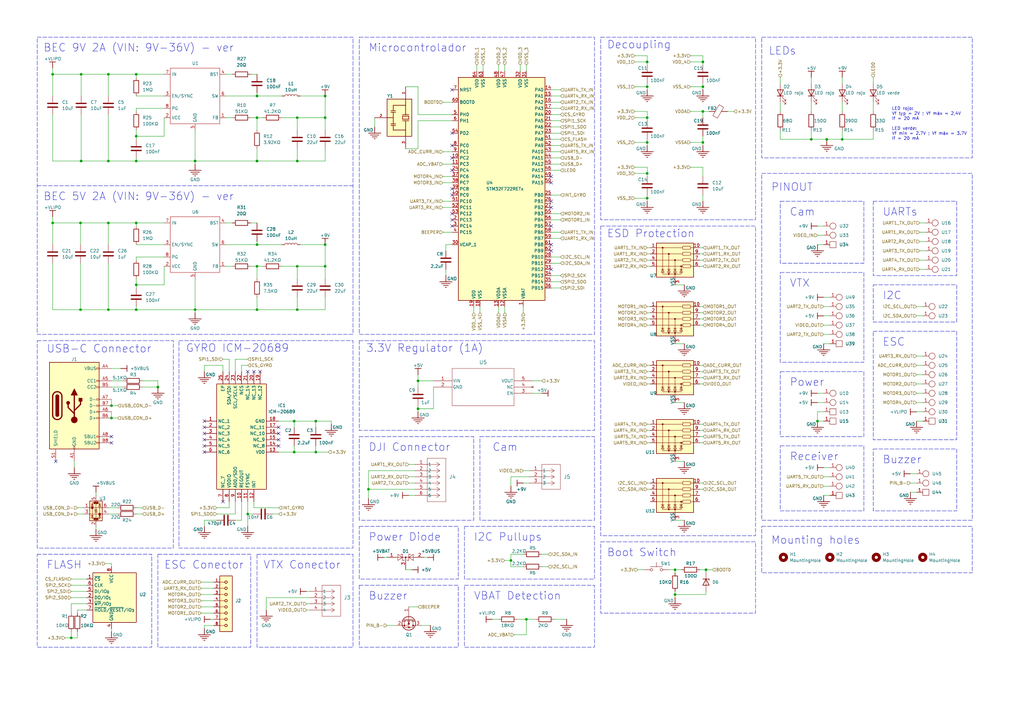
<source format=kicad_sch>
(kicad_sch
	(version 20250114)
	(generator "eeschema")
	(generator_version "9.0")
	(uuid "fa1264d7-ae9c-4726-8931-cabe12253ef3")
	(paper "A3")
	(title_block
		(title "FPV Drone F722 Flight Controller")
		(date "2025-08-07")
		(rev "v1")
		(company "Autores: FOURCADE, Santiago y SCOZZINA, Tomás Agustín")
	)
	
	(rectangle
		(start 147.32 15.24)
		(end 243.84 137.16)
		(stroke
			(width 0)
			(type dash)
		)
		(fill
			(type none)
		)
		(uuid 0de20606-fc54-4197-a639-401529f72a53)
	)
	(rectangle
		(start 15.24 15.24)
		(end 144.78 137.16)
		(stroke
			(width 0)
			(type dash)
		)
		(fill
			(type none)
		)
		(uuid 1f32317f-fe02-47f5-8140-a07649cf0695)
	)
	(rectangle
		(start 246.38 92.71)
		(end 309.88 219.71)
		(stroke
			(width 0)
			(type dash)
		)
		(fill
			(type none)
		)
		(uuid 2cc58b40-7ce0-4313-a1e0-5f9e904d8f7a)
	)
	(rectangle
		(start 320.04 111.76)
		(end 354.33 148.59)
		(stroke
			(width 0)
			(type dash)
		)
		(fill
			(type none)
		)
		(uuid 2f3419f1-ce8a-418c-b271-8c84d0b9f38b)
	)
	(rectangle
		(start 190.5 215.9)
		(end 243.84 237.49)
		(stroke
			(width 0)
			(type dash)
		)
		(fill
			(type none)
		)
		(uuid 32071b4a-ac56-4c52-88a9-61174939951e)
	)
	(rectangle
		(start 320.04 182.88)
		(end 354.33 209.55)
		(stroke
			(width 0)
			(type dash)
		)
		(fill
			(type none)
		)
		(uuid 4712b7c7-cffd-4abd-bf82-b5a56efc5648)
	)
	(rectangle
		(start 105.41 227.33)
		(end 144.78 265.43)
		(stroke
			(width 0)
			(type dash)
		)
		(fill
			(type none)
		)
		(uuid 5f887a89-3e5c-427e-912f-f9fa7084a42d)
	)
	(rectangle
		(start 15.24 139.7)
		(end 71.12 224.79)
		(stroke
			(width 0)
			(type dash)
		)
		(fill
			(type none)
		)
		(uuid 62202109-e25c-4fed-b47f-278bfe120c95)
	)
	(rectangle
		(start 358.14 116.84)
		(end 392.43 132.08)
		(stroke
			(width 0)
			(type dash)
		)
		(fill
			(type none)
		)
		(uuid 6def101d-a159-485a-8201-b3ed54fc8249)
	)
	(rectangle
		(start 73.406 139.7)
		(end 144.78 224.79)
		(stroke
			(width 0)
			(type dash)
		)
		(fill
			(type none)
		)
		(uuid 780c17e1-fc3f-476a-82d9-dfa7491fcce6)
	)
	(rectangle
		(start 312.42 215.9)
		(end 398.78 234.95)
		(stroke
			(width 0)
			(type dash)
		)
		(fill
			(type none)
		)
		(uuid 78f5dc64-3fe1-41cc-b86a-7dbdc0d3e1de)
	)
	(rectangle
		(start 320.04 152.4)
		(end 354.33 179.07)
		(stroke
			(width 0)
			(type dash)
		)
		(fill
			(type none)
		)
		(uuid 7c7cd928-35e5-46f1-8fb0-3f292efa7253)
	)
	(rectangle
		(start 358.14 82.55)
		(end 392.43 113.03)
		(stroke
			(width 0)
			(type dash)
		)
		(fill
			(type none)
		)
		(uuid 7cb8bdfc-e025-4759-a49c-9d2de9fd5461)
	)
	(rectangle
		(start 15.24 227.33)
		(end 62.23 265.43)
		(stroke
			(width 0)
			(type dash)
		)
		(fill
			(type none)
		)
		(uuid 815116ef-a1fd-453b-a9f4-dbb600b240ac)
	)
	(rectangle
		(start 64.77 227.33)
		(end 102.87 265.43)
		(stroke
			(width 0)
			(type dash)
		)
		(fill
			(type none)
		)
		(uuid 8dda234c-ffbe-4f58-8355-5a89501343a1)
	)
	(rectangle
		(start 246.38 222.25)
		(end 309.88 251.46)
		(stroke
			(width 0)
			(type dash)
		)
		(fill
			(type none)
		)
		(uuid 95cdc1b0-146a-498e-a812-5ac1b944070c)
	)
	(rectangle
		(start 147.32 139.7)
		(end 243.84 176.53)
		(stroke
			(width 0)
			(type dash)
		)
		(fill
			(type none)
		)
		(uuid 9c9f33cf-92f5-4c3f-91b3-399bf64789d2)
	)
	(rectangle
		(start 147.32 215.9)
		(end 187.96 237.49)
		(stroke
			(width 0)
			(type dash)
		)
		(fill
			(type none)
		)
		(uuid 9f808106-bb74-4abb-b351-69508794e3fd)
	)
	(rectangle
		(start 358.14 184.15)
		(end 392.43 209.55)
		(stroke
			(width 0)
			(type dash)
		)
		(fill
			(type none)
		)
		(uuid adc1b291-8e9c-41e0-823e-31798ef43940)
	)
	(rectangle
		(start 358.14 135.89)
		(end 392.43 180.34)
		(stroke
			(width 0)
			(type dash)
		)
		(fill
			(type none)
		)
		(uuid b952fe98-c063-4de8-8e4f-824ff80123b4)
	)
	(rectangle
		(start 312.42 15.24)
		(end 398.78 64.77)
		(stroke
			(width 0)
			(type dash)
		)
		(fill
			(type none)
		)
		(uuid ca32abe5-13b2-49c7-b9ef-52cf003b063e)
	)
	(rectangle
		(start 312.42 71.12)
		(end 398.78 213.36)
		(stroke
			(width 0)
			(type dash)
		)
		(fill
			(type none)
		)
		(uuid cacfdedc-84f0-4260-b9f4-24083836df79)
	)
	(rectangle
		(start 320.04 82.55)
		(end 354.33 107.95)
		(stroke
			(width 0)
			(type dash)
		)
		(fill
			(type none)
		)
		(uuid d4405fc7-f25a-48fc-a17f-dadf7b235810)
	)
	(rectangle
		(start 147.32 240.03)
		(end 187.96 265.43)
		(stroke
			(width 0)
			(type dash)
		)
		(fill
			(type none)
		)
		(uuid d9c46771-e524-4b8a-b144-499b6fcccf5d)
	)
	(rectangle
		(start 196.85 179.07)
		(end 243.84 213.36)
		(stroke
			(width 0)
			(type dash)
		)
		(fill
			(type none)
		)
		(uuid dd1c90f3-b8d2-44eb-80b4-494d58f2caf3)
	)
	(rectangle
		(start 147.32 179.07)
		(end 194.31 213.36)
		(stroke
			(width 0)
			(type dash)
		)
		(fill
			(type none)
		)
		(uuid e29b2ac0-6edc-4a69-838a-ba0836bc9f09)
	)
	(rectangle
		(start 190.5 240.03)
		(end 243.84 265.43)
		(stroke
			(width 0)
			(type dash)
		)
		(fill
			(type none)
		)
		(uuid f712f2d6-e7a1-4b53-8754-be5231e7d03f)
	)
	(rectangle
		(start 246.38 15.24)
		(end 309.88 90.17)
		(stroke
			(width 0)
			(type dash)
		)
		(fill
			(type none)
		)
		(uuid fd139d62-1d68-46c5-aad3-a985beb48860)
	)
	(text "Microcontrolador"
		(exclude_from_sim no)
		(at 151.13 21.59 0)
		(effects
			(font
				(size 3.175 3.175)
			)
			(justify left bottom)
		)
		(uuid "0128699f-86af-4f94-872a-3105c9534930")
	)
	(text "Receiver"
		(exclude_from_sim no)
		(at 323.85 189.23 0)
		(effects
			(font
				(size 3.175 3.175)
			)
			(justify left bottom)
		)
		(uuid "1296beb2-a27c-4601-a99e-4edc414a555a")
	)
	(text "ESD Protection"
		(exclude_from_sim no)
		(at 248.92 97.79 0)
		(effects
			(font
				(size 3.175 3.175)
			)
			(justify left bottom)
		)
		(uuid "13118185-f375-4c64-8632-84418e3bd53e")
	)
	(text "VTX"
		(exclude_from_sim no)
		(at 323.85 118.11 0)
		(effects
			(font
				(size 3.175 3.175)
			)
			(justify left bottom)
		)
		(uuid "28f4c707-7462-465c-9385-595f70d81a47")
	)
	(text "Buzzer"
		(exclude_from_sim no)
		(at 361.95 190.5 0)
		(effects
			(font
				(size 3.175 3.175)
			)
			(justify left bottom)
		)
		(uuid "2e445f35-200b-4344-ad31-c3921b6a5cb5")
	)
	(text "Power Diode"
		(exclude_from_sim no)
		(at 151.13 222.25 0)
		(effects
			(font
				(size 3.175 3.175)
			)
			(justify left bottom)
		)
		(uuid "3174eb55-d21e-40bf-a355-f796fc9671c0")
	)
	(text "Cam"
		(exclude_from_sim no)
		(at 323.85 88.9 0)
		(effects
			(font
				(size 3.175 3.175)
			)
			(justify left bottom)
		)
		(uuid "3a8f2c7e-6016-4ba2-99ab-29fee0aedbb1")
	)
	(text "DJI Connector"
		(exclude_from_sim no)
		(at 151.13 185.42 0)
		(effects
			(font
				(size 3.175 3.175)
			)
			(justify left bottom)
		)
		(uuid "48700f57-3f17-4a3f-b0c3-eed5ae3e2956")
	)
	(text "ESC Conector"
		(exclude_from_sim no)
		(at 67.31 233.68 0)
		(effects
			(font
				(size 3.175 3.175)
			)
			(justify left bottom)
		)
		(uuid "4963cc48-a4f4-4210-8370-cae4cd885694")
	)
	(text "USB-C Connector"
		(exclude_from_sim no)
		(at 19.05 145.034 0)
		(effects
			(font
				(size 3.175 3.175)
			)
			(justify left bottom)
		)
		(uuid "49657dc8-0298-44be-81b2-c84bd6e63b63")
	)
	(text "BEC 5V 2A (VIN: 9V-36V) - ver"
		(exclude_from_sim no)
		(at 17.78 82.55 0)
		(effects
			(font
				(size 3.175 3.175)
			)
			(justify left bottom)
		)
		(uuid "54324aeb-1e00-412a-af1e-6ce96e497e1e")
	)
	(text "Cam"
		(exclude_from_sim no)
		(at 201.93 185.42 0)
		(effects
			(font
				(size 3.175 3.175)
			)
			(justify left bottom)
		)
		(uuid "6295ca90-2ab3-4d3b-8413-8a2d2a01a49d")
	)
	(text "Boot Switch"
		(exclude_from_sim no)
		(at 248.92 228.6 0)
		(effects
			(font
				(size 3.175 3.175)
			)
			(justify left bottom)
		)
		(uuid "6da6b02b-21ab-425f-b9c9-347015ef5b85")
	)
	(text "FLASH"
		(exclude_from_sim no)
		(at 19.05 233.68 0)
		(effects
			(font
				(size 3.175 3.175)
			)
			(justify left bottom)
		)
		(uuid "7439d12c-7f09-4c6a-9463-dd84cecdf5f7")
	)
	(text "UARTs"
		(exclude_from_sim no)
		(at 361.95 88.9 0)
		(effects
			(font
				(size 3.175 3.175)
			)
			(justify left bottom)
		)
		(uuid "81b352a7-2045-4963-8d3a-123995b14915")
	)
	(text "VBAT Detection"
		(exclude_from_sim no)
		(at 194.31 246.38 0)
		(effects
			(font
				(size 3.175 3.175)
			)
			(justify left bottom)
		)
		(uuid "831b6dfc-55e7-487a-a5c7-df404a36cf5e")
	)
	(text "PINOUT"
		(exclude_from_sim no)
		(at 316.23 78.74 0)
		(effects
			(font
				(size 3.175 3.175)
			)
			(justify left bottom)
		)
		(uuid "86809af0-a40c-4990-b5c0-172e9049ec3d")
	)
	(text "ESC"
		(exclude_from_sim no)
		(at 361.95 142.24 0)
		(effects
			(font
				(size 3.175 3.175)
			)
			(justify left bottom)
		)
		(uuid "92922f3b-52cb-457c-a248-fd6bbbd43ebd")
	)
	(text "Power"
		(exclude_from_sim no)
		(at 323.85 158.75 0)
		(effects
			(font
				(size 3.175 3.175)
			)
			(justify left bottom)
		)
		(uuid "942ee8b2-70ce-45ae-a1eb-47e88f2895ab")
	)
	(text "LEDs"
		(exclude_from_sim no)
		(at 315.214 22.86 0)
		(effects
			(font
				(size 3.175 3.175)
			)
			(justify left bottom)
		)
		(uuid "acf47173-f30e-43f5-8689-2dd5bd9ef58f")
	)
	(text "Buzzer"
		(exclude_from_sim no)
		(at 151.13 246.38 0)
		(effects
			(font
				(size 3.175 3.175)
			)
			(justify left bottom)
		)
		(uuid "ad3ac32e-c851-4ada-a0dd-12f532d9282a")
	)
	(text "Mounting holes"
		(exclude_from_sim no)
		(at 316.23 223.52 0)
		(effects
			(font
				(size 3.175 3.175)
			)
			(justify left bottom)
		)
		(uuid "af4c7f7b-24d1-4099-9a3c-38eabb735bd9")
	)
	(text "3.3V Regulator (1A)"
		(exclude_from_sim no)
		(at 150.114 144.78 0)
		(effects
			(font
				(size 3.175 3.175)
			)
			(justify left bottom)
		)
		(uuid "b16cd249-cac2-42f3-94b3-f88b3c7d371a")
	)
	(text "VTX Conector"
		(exclude_from_sim no)
		(at 107.95 233.68 0)
		(effects
			(font
				(size 3.175 3.175)
			)
			(justify left bottom)
		)
		(uuid "b32c8739-c277-410c-85d8-2a1eb8e24c4c")
	)
	(text "BEC 9V 2A (VIN: 9V-36V) - ver"
		(exclude_from_sim no)
		(at 17.78 21.59 0)
		(effects
			(font
				(size 3.175 3.175)
			)
			(justify left bottom)
		)
		(uuid "ba16a8ed-282a-42de-a7be-6e5bd0bf329e")
	)
	(text "I2C Pullups"
		(exclude_from_sim no)
		(at 194.31 222.25 0)
		(effects
			(font
				(size 3.175 3.175)
			)
			(justify left bottom)
		)
		(uuid "c1c70d23-6385-4cf6-9832-4b9316236119")
	)
	(text "LED rojo:\nVf typ = 2V ; Vf máx = 2,4V\nIf = 20 mA\n\nLED verde:\nVf min = 2.7V ; Vf máx = 3.7V\nIf = 20 mA"
		(exclude_from_sim no)
		(at 365.76 50.8 0)
		(effects
			(font
				(size 1.27 1.27)
			)
			(justify left)
		)
		(uuid "cbc8ab47-bd4f-46a7-80ea-5759d918783f")
	)
	(text "Decoupling"
		(exclude_from_sim no)
		(at 248.92 20.32 0)
		(effects
			(font
				(size 3.175 3.175)
			)
			(justify left bottom)
		)
		(uuid "dbb79efa-606f-4457-b7ba-b580660a52e3")
	)
	(text "I2C"
		(exclude_from_sim no)
		(at 361.95 123.19 0)
		(effects
			(font
				(size 3.175 3.175)
			)
			(justify left bottom)
		)
		(uuid "e2e7cfe3-f6df-4a1d-a812-b44eb68a7f92")
	)
	(text "GYRO ICM-20689"
		(exclude_from_sim no)
		(at 76.2 144.78 0)
		(effects
			(font
				(size 3.175 3.175)
			)
			(justify left bottom)
		)
		(uuid "ed091c6c-e2b6-4ec3-a005-c066aa016db3")
	)
	(junction
		(at 265.43 71.12)
		(diameter 0)
		(color 0 0 0 0)
		(uuid "06ccb392-0dcc-4b6a-8946-c9de20aa86a5")
	)
	(junction
		(at 55.88 66.04)
		(diameter 0)
		(color 0 0 0 0)
		(uuid "0b51d9d2-98eb-4d21-a128-fbdd8da9fd05")
	)
	(junction
		(at 265.43 48.26)
		(diameter 0)
		(color 0 0 0 0)
		(uuid "0c80f563-6f9b-4762-9a60-c8d6eba9d8af")
	)
	(junction
		(at 276.86 243.84)
		(diameter 0)
		(color 0 0 0 0)
		(uuid "11e60ec9-d8ad-424a-9bfd-76f825a5f5ee")
	)
	(junction
		(at 44.45 127)
		(diameter 0)
		(color 0 0 0 0)
		(uuid "141977ad-cc9e-4ac5-87e8-49a560fc0a4a")
	)
	(junction
		(at 29.21 261.62)
		(diameter 0)
		(color 0 0 0 0)
		(uuid "144faf73-7adc-40d9-81ba-fc472eb9d286")
	)
	(junction
		(at 21.59 91.44)
		(diameter 0)
		(color 0 0 0 0)
		(uuid "1d51c221-a65d-4c7c-832d-cfeb5370711f")
	)
	(junction
		(at 55.88 116.84)
		(diameter 0)
		(color 0 0 0 0)
		(uuid "21815c8c-ad9e-4a26-8dfc-b487cc1a2d23")
	)
	(junction
		(at 133.35 109.22)
		(diameter 0)
		(color 0 0 0 0)
		(uuid "278edab1-f7cd-4269-84a1-e6294e0310f8")
	)
	(junction
		(at 276.86 233.68)
		(diameter 0)
		(color 0 0 0 0)
		(uuid "2927e381-5a6d-455c-a1be-2e1fc461b84b")
	)
	(junction
		(at 265.43 81.28)
		(diameter 0)
		(color 0 0 0 0)
		(uuid "2f07167f-71ae-47f9-816d-9fdeaec81990")
	)
	(junction
		(at 33.02 127)
		(diameter 0)
		(color 0 0 0 0)
		(uuid "302591d2-a849-4dad-bc28-d3020ad634e3")
	)
	(junction
		(at 345.44 57.15)
		(diameter 0)
		(color 0 0 0 0)
		(uuid "302e2638-6b7e-4b62-a7f8-0d19b3463e9f")
	)
	(junction
		(at 121.92 127)
		(diameter 0)
		(color 0 0 0 0)
		(uuid "3294e143-d1d2-4a5b-b07d-9cdccf3f8f47")
	)
	(junction
		(at 55.88 30.48)
		(diameter 0)
		(color 0 0 0 0)
		(uuid "33a63da2-6067-4e72-8430-8e264ef8c4ef")
	)
	(junction
		(at 265.43 35.56)
		(diameter 0)
		(color 0 0 0 0)
		(uuid "371e8154-7260-4c8e-a5b1-dfeda6984c4d")
	)
	(junction
		(at 288.29 35.56)
		(diameter 0)
		(color 0 0 0 0)
		(uuid "3bf5140c-fc58-4100-b951-6b263b49d245")
	)
	(junction
		(at 121.92 109.22)
		(diameter 0)
		(color 0 0 0 0)
		(uuid "4359456d-97d3-4e66-bc33-70f44fff9f66")
	)
	(junction
		(at 215.9 254)
		(diameter 0)
		(color 0 0 0 0)
		(uuid "51a242c6-7c33-4564-8ac1-14082bdb87c9")
	)
	(junction
		(at 44.45 91.44)
		(diameter 0)
		(color 0 0 0 0)
		(uuid "51f62d9d-85a0-49d9-bd7a-886eeca7f56a")
	)
	(junction
		(at 133.35 39.37)
		(diameter 0)
		(color 0 0 0 0)
		(uuid "5260ba53-e33c-4c04-80cf-88e2f2112702")
	)
	(junction
		(at 151.13 200.66)
		(diameter 0)
		(color 0 0 0 0)
		(uuid "543cca71-f7c2-4f50-a27c-e72a086a312c")
	)
	(junction
		(at 133.35 48.26)
		(diameter 0)
		(color 0 0 0 0)
		(uuid "56328d6e-97d9-4ec3-8d30-08e32f71bc95")
	)
	(junction
		(at 44.45 30.48)
		(diameter 0)
		(color 0 0 0 0)
		(uuid "5d467ba0-6d63-4d11-be19-4b7dca56b9fb")
	)
	(junction
		(at 288.29 25.4)
		(diameter 0)
		(color 0 0 0 0)
		(uuid "5f5247e4-1bb9-4f03-a2d5-10a89cf23ea3")
	)
	(junction
		(at 171.45 156.21)
		(diameter 0)
		(color 0 0 0 0)
		(uuid "603e0a96-66ee-47e9-86d2-493c07dd44d4")
	)
	(junction
		(at 45.72 166.37)
		(diameter 0)
		(color 0 0 0 0)
		(uuid "62eb4a5b-76b0-46f9-8e66-e36420d15043")
	)
	(junction
		(at 120.65 185.42)
		(diameter 0)
		(color 0 0 0 0)
		(uuid "661a8147-f120-468e-8577-10e15f18bf03")
	)
	(junction
		(at 44.45 66.04)
		(diameter 0)
		(color 0 0 0 0)
		(uuid "6a121482-04cd-4945-a5b0-3dcf14742d92")
	)
	(junction
		(at 80.01 127)
		(diameter 0)
		(color 0 0 0 0)
		(uuid "6abdbc93-78d4-4459-9cb7-faf4c9c01045")
	)
	(junction
		(at 209.55 229.87)
		(diameter 0)
		(color 0 0 0 0)
		(uuid "6b64f73a-e697-48b2-bb45-1df59f858de7")
	)
	(junction
		(at 133.35 100.33)
		(diameter 0)
		(color 0 0 0 0)
		(uuid "6fa0eed3-be19-47a9-906c-efb91def6b53")
	)
	(junction
		(at 289.56 233.68)
		(diameter 0)
		(color 0 0 0 0)
		(uuid "77f9c7ba-85cb-4d86-9124-fb3670c04f3a")
	)
	(junction
		(at 33.274 66.04)
		(diameter 0)
		(color 0 0 0 0)
		(uuid "784fa6f4-b310-4b94-9630-caa9c9f8a984")
	)
	(junction
		(at 105.41 66.04)
		(diameter 0)
		(color 0 0 0 0)
		(uuid "7d004dda-b182-41e3-9d21-c0c56bd54aa7")
	)
	(junction
		(at 105.41 48.26)
		(diameter 0)
		(color 0 0 0 0)
		(uuid "80540907-d652-440d-91e3-645b3ff29a2b")
	)
	(junction
		(at 120.65 172.72)
		(diameter 0)
		(color 0 0 0 0)
		(uuid "8867531c-1a3d-4f14-be8f-5820c4007584")
	)
	(junction
		(at 105.41 127)
		(diameter 0)
		(color 0 0 0 0)
		(uuid "99ec3dc5-31f7-4d8b-8abd-c57d82258a21")
	)
	(junction
		(at 288.29 58.42)
		(diameter 0)
		(color 0 0 0 0)
		(uuid "acdd4629-8e8c-4305-bb55-a636c9839f88")
	)
	(junction
		(at 339.09 57.15)
		(diameter 0)
		(color 0 0 0 0)
		(uuid "b0576a85-1c6c-435b-9f3c-246abe95cd1f")
	)
	(junction
		(at 121.92 48.26)
		(diameter 0)
		(color 0 0 0 0)
		(uuid "b3f802ba-fbf5-444c-8774-f8e4ff353afd")
	)
	(junction
		(at 105.41 100.33)
		(diameter 0)
		(color 0 0 0 0)
		(uuid "b6babea6-11e2-4e54-9d3d-3b99661045de")
	)
	(junction
		(at 265.43 58.42)
		(diameter 0)
		(color 0 0 0 0)
		(uuid "bbb36ad0-a2ff-4777-b7bd-eff2c68f5170")
	)
	(junction
		(at 121.92 66.04)
		(diameter 0)
		(color 0 0 0 0)
		(uuid "bc07f59b-f078-40c4-b528-67a65307b450")
	)
	(junction
		(at 80.01 66.04)
		(diameter 0)
		(color 0 0 0 0)
		(uuid "c39fcc5e-0449-494e-acb1-39bd158a2e65")
	)
	(junction
		(at 101.6 210.82)
		(diameter 0)
		(color 0 0 0 0)
		(uuid "c4e81a06-239e-4703-a58a-217ba53bd132")
	)
	(junction
		(at 171.45 167.64)
		(diameter 0)
		(color 0 0 0 0)
		(uuid "c5043092-8f09-482d-8e51-b9c5f7f8da6f")
	)
	(junction
		(at 335.28 172.72)
		(diameter 0)
		(color 0 0 0 0)
		(uuid "ca11c995-baef-46e5-bd59-6f5ed1da341e")
	)
	(junction
		(at 288.29 45.72)
		(diameter 0)
		(color 0 0 0 0)
		(uuid "cafc6c22-fdbf-4b55-927a-9290373c8004")
	)
	(junction
		(at 105.41 39.37)
		(diameter 0)
		(color 0 0 0 0)
		(uuid "ce839dee-424d-49b2-9aad-c351a614ec1c")
	)
	(junction
		(at 129.54 172.72)
		(diameter 0)
		(color 0 0 0 0)
		(uuid "cfffb631-9022-486f-bc52-d46f6c89ab67")
	)
	(junction
		(at 55.88 91.44)
		(diameter 0)
		(color 0 0 0 0)
		(uuid "d0e8af1d-1d7b-4a85-88a1-899e9d345338")
	)
	(junction
		(at 45.72 171.45)
		(diameter 0)
		(color 0 0 0 0)
		(uuid "d8f91891-f297-4bcf-ad97-cd3fa5b213c5")
	)
	(junction
		(at 265.43 25.4)
		(diameter 0)
		(color 0 0 0 0)
		(uuid "daef5a3c-f2c0-4013-a040-4bcf4e8136da")
	)
	(junction
		(at 55.88 55.88)
		(diameter 0)
		(color 0 0 0 0)
		(uuid "e802388b-d29b-4454-a3b5-b06cc2cbcd25")
	)
	(junction
		(at 55.88 127)
		(diameter 0)
		(color 0 0 0 0)
		(uuid "e94e6de0-b800-4cad-ad5c-576d38855010")
	)
	(junction
		(at 105.41 109.22)
		(diameter 0)
		(color 0 0 0 0)
		(uuid "ed1d3580-d31e-405d-b207-794c3d35b48b")
	)
	(junction
		(at 33.02 91.44)
		(diameter 0)
		(color 0 0 0 0)
		(uuid "f0b67a5f-6d15-4ae4-b710-234376851f3c")
	)
	(junction
		(at 21.59 30.48)
		(diameter 0)
		(color 0 0 0 0)
		(uuid "f66772a4-87cb-4b39-a3dd-df2948334c1d")
	)
	(junction
		(at 33.274 30.48)
		(diameter 0)
		(color 0 0 0 0)
		(uuid "f74f0606-8fbe-40b9-8e23-7cf26c49d26b")
	)
	(junction
		(at 332.74 57.15)
		(diameter 0)
		(color 0 0 0 0)
		(uuid "f79e698f-220e-47bb-8044-bd516eaefc32")
	)
	(junction
		(at 129.54 185.42)
		(diameter 0)
		(color 0 0 0 0)
		(uuid "f82620cd-1dd6-46a9-9d1d-db5ba4028509")
	)
	(junction
		(at 64.77 158.75)
		(diameter 0)
		(color 0 0 0 0)
		(uuid "fee41b8d-b022-4e6e-a5a3-443b0769974e")
	)
	(no_connect
		(at 114.3 180.34)
		(uuid "0b75b363-81ac-4907-97a6-e71beb1e3265")
	)
	(no_connect
		(at 185.42 59.69)
		(uuid "0c14f189-1fbb-498b-8c23-da3078065205")
	)
	(no_connect
		(at 83.82 182.88)
		(uuid "17bcc297-a365-49f8-9183-32db0a89a650")
	)
	(no_connect
		(at 101.6 152.4)
		(uuid "211df794-f952-4ff5-9d44-0d32b8708178")
	)
	(no_connect
		(at 226.06 110.49)
		(uuid "23b63f3c-fb24-4dc5-91fe-7d53552cb204")
	)
	(no_connect
		(at 106.68 152.4)
		(uuid "2d1d23c4-3704-4721-8bcd-35f575069723")
	)
	(no_connect
		(at 104.14 152.4)
		(uuid "2f70c94e-f219-460b-ba1d-886bfe5c5243")
	)
	(no_connect
		(at 45.72 181.61)
		(uuid "346cd83f-b42b-4851-999b-3581419bc3ce")
	)
	(no_connect
		(at 185.42 69.85)
		(uuid "3901e889-4f38-45dc-9739-4bb55afe7432")
	)
	(no_connect
		(at 185.42 36.83)
		(uuid "3f6a80e3-8ba6-4743-80f9-8f8a8c8cf3e1")
	)
	(no_connect
		(at 83.82 185.42)
		(uuid "40477c20-5e05-4de3-bbef-8bba9e8ede2b")
	)
	(no_connect
		(at 45.72 179.07)
		(uuid "446dd5df-2f0a-488e-a5aa-d6a3ad491e37")
	)
	(no_connect
		(at 185.42 54.61)
		(uuid "46258106-1112-42ef-802e-ae4e79a68c90")
	)
	(no_connect
		(at 114.3 175.26)
		(uuid "4e70cc88-350a-4cba-bd14-27c0180fb95c")
	)
	(no_connect
		(at 83.82 175.26)
		(uuid "58326a5f-7bec-4a92-ac81-9fa137bdad39")
	)
	(no_connect
		(at 226.06 82.55)
		(uuid "5da2ddff-f8a6-4613-8c64-fb2463e4f02f")
	)
	(no_connect
		(at 226.06 92.71)
		(uuid "710d8f6d-f7e4-4599-9b0e-7d519f0b3edb")
	)
	(no_connect
		(at 226.06 100.33)
		(uuid "74b02d25-a1d7-488a-9a4b-e5df7e490509")
	)
	(no_connect
		(at 185.42 80.01)
		(uuid "89319a76-34f4-4784-9b9e-cc6fcf36b6c1")
	)
	(no_connect
		(at 226.06 74.93)
		(uuid "8d0e0d5e-fc76-4946-a026-a3626f847617")
	)
	(no_connect
		(at 185.42 92.71)
		(uuid "8f3e409c-8ee9-4285-8ca8-daefb9e51e69")
	)
	(no_connect
		(at 83.82 177.8)
		(uuid "964c5416-2d70-4707-acdd-818183dc11bd")
	)
	(no_connect
		(at 83.82 180.34)
		(uuid "9b0ac8c6-3ef1-49e8-8cb2-92acf8536339")
	)
	(no_connect
		(at 114.3 177.8)
		(uuid "9eee600a-be99-4ab0-ad9a-359a49c0f1f4")
	)
	(no_connect
		(at 185.42 90.17)
		(uuid "a837f06f-f97b-4340-8b1b-0f97fbeb3af6")
	)
	(no_connect
		(at 226.06 102.87)
		(uuid "abf441b7-f242-4e5a-a6f9-9890fb578358")
	)
	(no_connect
		(at 185.42 77.47)
		(uuid "bc472ea8-d150-49c8-8a3d-9a42abbbdfff")
	)
	(no_connect
		(at 185.42 87.63)
		(uuid "c1060b98-10a8-478d-af0b-8aa66c5e01a9")
	)
	(no_connect
		(at 91.44 205.74)
		(uuid "c2230972-698d-45fb-a262-54c679eef470")
	)
	(no_connect
		(at 226.06 72.39)
		(uuid "c9828b79-40a1-4f87-8f60-e4f2e2d50206")
	)
	(no_connect
		(at 114.3 182.88)
		(uuid "d6fa8728-58ff-40e0-b3f3-5a1695cbf287")
	)
	(no_connect
		(at 83.82 172.72)
		(uuid "d83d38b7-bb19-4922-9690-83df289ba7cb")
	)
	(no_connect
		(at 185.42 64.77)
		(uuid "e5f6d14d-1f35-4244-afd5-b98c31205d83")
	)
	(no_connect
		(at 226.06 85.09)
		(uuid "e7b190f4-101d-4f43-80c4-4e5ffaea33c2")
	)
	(no_connect
		(at 22.86 189.23)
		(uuid "ed8418dc-9a1f-4b31-a43b-6f9cd7babe5f")
	)
	(wire
		(pts
			(xy 55.88 127) (xy 44.45 127)
		)
		(stroke
			(width 0)
			(type default)
		)
		(uuid "002b93e0-1fce-4374-8e66-88fe6e4cd6b2")
	)
	(wire
		(pts
			(xy 207.01 125.73) (xy 207.01 128.27)
		)
		(stroke
			(width 0)
			(type default)
		)
		(uuid "00a4a588-15aa-4710-bb32-829d517f1758")
	)
	(wire
		(pts
			(xy 287.02 198.12) (xy 288.29 198.12)
		)
		(stroke
			(width 0)
			(type default)
		)
		(uuid "0200f39b-b4f0-40a0-bcfa-02d692232ca1")
	)
	(wire
		(pts
			(xy 226.06 49.53) (xy 229.87 49.53)
		)
		(stroke
			(width 0)
			(type default)
		)
		(uuid "02a87fb0-1c4f-4c3c-823b-e9393fd23969")
	)
	(wire
		(pts
			(xy 226.06 95.25) (xy 229.87 95.25)
		)
		(stroke
			(width 0)
			(type default)
		)
		(uuid "0326ae8a-de48-48a2-97e4-a7eb7fb50230")
	)
	(wire
		(pts
			(xy 44.45 30.48) (xy 55.88 30.48)
		)
		(stroke
			(width 0)
			(type default)
		)
		(uuid "0381b884-76ae-45c6-9803-2fc73c7caed9")
	)
	(wire
		(pts
			(xy 44.45 46.99) (xy 44.45 66.04)
		)
		(stroke
			(width 0)
			(type default)
		)
		(uuid "04234863-3b83-4c34-9691-c40c52c99c99")
	)
	(wire
		(pts
			(xy 288.29 58.42) (xy 288.29 55.88)
		)
		(stroke
			(width 0)
			(type default)
		)
		(uuid "04306b95-9186-4c82-afcd-7f1b50055613")
	)
	(wire
		(pts
			(xy 33.274 66.04) (xy 44.45 66.04)
		)
		(stroke
			(width 0)
			(type default)
		)
		(uuid "04ee627a-3872-4817-9716-afed02673452")
	)
	(wire
		(pts
			(xy 287.02 176.53) (xy 288.29 176.53)
		)
		(stroke
			(width 0)
			(type default)
		)
		(uuid "04fd479b-e0ba-4b5c-973c-f829f2bd75f0")
	)
	(wire
		(pts
			(xy 283.21 25.4) (xy 288.29 25.4)
		)
		(stroke
			(width 0)
			(type default)
		)
		(uuid "0507203d-6644-4de1-b0f5-aa18d7a90698")
	)
	(wire
		(pts
			(xy 196.85 125.73) (xy 196.85 128.27)
		)
		(stroke
			(width 0)
			(type default)
		)
		(uuid "05079e4d-4bdb-44ae-a150-7bd8f6c449b9")
	)
	(wire
		(pts
			(xy 358.14 53.34) (xy 358.14 57.15)
		)
		(stroke
			(width 0)
			(type default)
		)
		(uuid "059b9ee5-ec85-4204-abbf-58437530b67a")
	)
	(wire
		(pts
			(xy 337.82 140.97) (xy 340.36 140.97)
		)
		(stroke
			(width 0)
			(type default)
		)
		(uuid "0651eb95-c696-4a4f-93ba-73d84d5b3642")
	)
	(wire
		(pts
			(xy 29.21 237.49) (xy 35.56 237.49)
		)
		(stroke
			(width 0)
			(type default)
		)
		(uuid "0902b3cb-c743-4441-b3e1-6ff26d1b1f53")
	)
	(wire
		(pts
			(xy 171.45 166.37) (xy 171.45 167.64)
		)
		(stroke
			(width 0)
			(type default)
		)
		(uuid "09711472-9013-4133-9a20-52775f6d01f6")
	)
	(wire
		(pts
			(xy 45.72 156.21) (xy 50.8 156.21)
		)
		(stroke
			(width 0)
			(type default)
		)
		(uuid "0996a917-da1a-4a9c-a864-4f4927d841c3")
	)
	(wire
		(pts
			(xy 153.67 48.26) (xy 153.67 52.07)
		)
		(stroke
			(width 0)
			(type default)
		)
		(uuid "0aff9cb5-0e73-411a-bf4e-a0cdfa31ba9d")
	)
	(wire
		(pts
			(xy 358.14 57.15) (xy 345.44 57.15)
		)
		(stroke
			(width 0)
			(type default)
		)
		(uuid "0b20b94f-556d-43d0-a916-0376a08174d8")
	)
	(wire
		(pts
			(xy 21.59 91.44) (xy 33.02 91.44)
		)
		(stroke
			(width 0)
			(type default)
		)
		(uuid "0b614111-f73d-491f-be0d-95b89a9c09b8")
	)
	(wire
		(pts
			(xy 45.72 163.83) (xy 45.72 166.37)
		)
		(stroke
			(width 0)
			(type default)
		)
		(uuid "0b6aef89-141a-4c53-a32c-4bd9c4a8093f")
	)
	(wire
		(pts
			(xy 337.82 133.35) (xy 340.36 133.35)
		)
		(stroke
			(width 0)
			(type default)
		)
		(uuid "0d2a18df-41a1-4ee5-b4a9-1c41890b5fd9")
	)
	(wire
		(pts
			(xy 101.6 147.32) (xy 96.52 147.32)
		)
		(stroke
			(width 0)
			(type default)
		)
		(uuid "0f82ad47-5122-49a5-a1be-09ea9cb1c51e")
	)
	(wire
		(pts
			(xy 170.18 193.04) (xy 151.13 193.04)
		)
		(stroke
			(width 0)
			(type default)
		)
		(uuid "0fc6fceb-e8fd-4deb-b684-c5c1c0450f9d")
	)
	(wire
		(pts
			(xy 93.98 208.28) (xy 93.98 205.74)
		)
		(stroke
			(width 0)
			(type default)
		)
		(uuid "0fe79781-8c92-4664-ab6d-0b76e9415b35")
	)
	(wire
		(pts
			(xy 260.35 71.12) (xy 265.43 71.12)
		)
		(stroke
			(width 0)
			(type default)
		)
		(uuid "110c4eed-add2-4a57-a895-c3f7923ded8c")
	)
	(wire
		(pts
			(xy 181.61 41.91) (xy 185.42 41.91)
		)
		(stroke
			(width 0)
			(type default)
		)
		(uuid "110f66ff-691d-4529-928c-e58f03cda335")
	)
	(wire
		(pts
			(xy 276.86 243.84) (xy 276.86 245.11)
		)
		(stroke
			(width 0)
			(type default)
		)
		(uuid "11aa8f04-df34-4fe9-8b67-15d8d2ff2712")
	)
	(wire
		(pts
			(xy 289.56 242.57) (xy 289.56 243.84)
		)
		(stroke
			(width 0)
			(type default)
		)
		(uuid "1274430b-af2e-4c02-b609-d5e9356c5ce1")
	)
	(wire
		(pts
			(xy 288.29 36.83) (xy 288.29 35.56)
		)
		(stroke
			(width 0)
			(type default)
		)
		(uuid "129db1a2-bd56-44b0-b7da-b2490da1a6cb")
	)
	(wire
		(pts
			(xy 171.45 156.21) (xy 171.45 158.75)
		)
		(stroke
			(width 0)
			(type default)
		)
		(uuid "13953f88-7585-4fd3-8839-4043dc68a10e")
	)
	(wire
		(pts
			(xy 181.61 95.25) (xy 185.42 95.25)
		)
		(stroke
			(width 0)
			(type default)
		)
		(uuid "14c643b1-71f6-4f07-b2fd-30cccbebd729")
	)
	(wire
		(pts
			(xy 33.274 30.48) (xy 44.45 30.48)
		)
		(stroke
			(width 0)
			(type default)
		)
		(uuid "14f7f78d-3aa1-45d5-88c0-42c98c1c4308")
	)
	(wire
		(pts
			(xy 55.88 210.82) (xy 58.42 210.82)
		)
		(stroke
			(width 0)
			(type default)
		)
		(uuid "15e7e07e-58be-47a0-8d27-e98a48bdd75f")
	)
	(wire
		(pts
			(xy 226.06 113.03) (xy 229.87 113.03)
		)
		(stroke
			(width 0)
			(type default)
		)
		(uuid "1638ea64-d8f3-4f41-8484-7eba330e58ce")
	)
	(wire
		(pts
			(xy 265.43 59.69) (xy 265.43 58.42)
		)
		(stroke
			(width 0)
			(type default)
		)
		(uuid "174456b6-48f8-4c8c-a155-7ad55fe48e4f")
	)
	(wire
		(pts
			(xy 204.47 26.67) (xy 204.47 29.21)
		)
		(stroke
			(width 0)
			(type default)
		)
		(uuid "1775c0d8-88a0-4175-823b-e608f8598b6e")
	)
	(wire
		(pts
			(xy 83.82 149.86) (xy 83.82 152.4)
		)
		(stroke
			(width 0)
			(type default)
		)
		(uuid "1848438f-694d-47ee-a025-ee7af8500ee7")
	)
	(wire
		(pts
			(xy 375.92 168.91) (xy 378.46 168.91)
		)
		(stroke
			(width 0)
			(type default)
		)
		(uuid "193fa90d-0d87-4d40-989b-b5bf126e38fc")
	)
	(wire
		(pts
			(xy 261.62 233.68) (xy 264.16 233.68)
		)
		(stroke
			(width 0)
			(type default)
		)
		(uuid "19f1e18e-acae-417c-af6b-585cc253b37d")
	)
	(wire
		(pts
			(xy 33.02 91.44) (xy 44.45 91.44)
		)
		(stroke
			(width 0)
			(type default)
		)
		(uuid "1af120f6-199a-4aeb-b4f1-e5b6b1f382da")
	)
	(wire
		(pts
			(xy 212.09 254) (xy 215.9 254)
		)
		(stroke
			(width 0)
			(type default)
		)
		(uuid "1b10658e-c1d5-4831-8483-ec63e844a086")
	)
	(wire
		(pts
			(xy 266.7 128.27) (xy 265.43 128.27)
		)
		(stroke
			(width 0)
			(type default)
		)
		(uuid "1daf392b-b190-4766-99a4-d7350e3ab765")
	)
	(wire
		(pts
			(xy 332.74 41.91) (xy 332.74 45.72)
		)
		(stroke
			(width 0)
			(type default)
		)
		(uuid "1e88e46d-cf06-429a-a33e-22ecf86c5505")
	)
	(wire
		(pts
			(xy 226.06 44.45) (xy 229.87 44.45)
		)
		(stroke
			(width 0)
			(type default)
		)
		(uuid "1eea765c-aeab-4b6d-b430-2e90bdf3e423")
	)
	(wire
		(pts
			(xy 102.87 30.48) (xy 105.41 30.48)
		)
		(stroke
			(width 0)
			(type default)
		)
		(uuid "1f710e5b-e49b-42a0-bd78-1653f2623473")
	)
	(wire
		(pts
			(xy 260.35 68.58) (xy 265.43 68.58)
		)
		(stroke
			(width 0)
			(type default)
		)
		(uuid "1fa69a63-8dec-440c-956a-58b06aeae44b")
	)
	(wire
		(pts
			(xy 39.37 201.93) (xy 39.37 203.2)
		)
		(stroke
			(width 0)
			(type default)
		)
		(uuid "2044cec2-0ac5-47c9-8818-5c32caad509c")
	)
	(wire
		(pts
			(xy 227.33 254) (xy 232.41 254)
		)
		(stroke
			(width 0)
			(type default)
		)
		(uuid "210b82d4-6afd-4701-a767-6a7424562a21")
	)
	(wire
		(pts
			(xy 105.41 48.26) (xy 105.41 53.34)
		)
		(stroke
			(width 0)
			(type default)
		)
		(uuid "2124ba57-146c-4cae-ab13-eb49c3ec2070")
	)
	(wire
		(pts
			(xy 194.31 125.73) (xy 194.31 128.27)
		)
		(stroke
			(width 0)
			(type default)
		)
		(uuid "21259de3-ef91-4c0d-89d6-cbc900dc2fbc")
	)
	(wire
		(pts
			(xy 170.18 200.66) (xy 151.13 200.66)
		)
		(stroke
			(width 0)
			(type default)
		)
		(uuid "213a8241-46c6-4d39-bbb9-026e7c4c8a3e")
	)
	(wire
		(pts
			(xy 104.14 205.74) (xy 104.14 208.28)
		)
		(stroke
			(width 0)
			(type default)
		)
		(uuid "2190ebd6-608d-4131-b8d7-5a95af879e0d")
	)
	(wire
		(pts
			(xy 320.04 57.15) (xy 332.74 57.15)
		)
		(stroke
			(width 0)
			(type default)
		)
		(uuid "21f52a8e-8260-4e22-95bf-aa2320182bb3")
	)
	(wire
		(pts
			(xy 287.02 157.48) (xy 288.29 157.48)
		)
		(stroke
			(width 0)
			(type default)
		)
		(uuid "22770ad9-d445-4bc1-8dd5-60a91d40abaf")
	)
	(wire
		(pts
			(xy 182.88 110.49) (xy 182.88 113.03)
		)
		(stroke
			(width 0)
			(type default)
		)
		(uuid "22e6a533-ac2a-4a11-9498-dc99fd34458f")
	)
	(wire
		(pts
			(xy 214.63 232.41) (xy 209.55 232.41)
		)
		(stroke
			(width 0)
			(type default)
		)
		(uuid "2401e7b8-cc92-4888-bf66-98a9c57b0519")
	)
	(wire
		(pts
			(xy 99.06 205.74) (xy 99.06 213.36)
		)
		(stroke
			(width 0)
			(type default)
		)
		(uuid "24d2130f-cf54-4e09-9ac7-fba34f172ce7")
	)
	(wire
		(pts
			(xy 102.87 48.26) (xy 105.41 48.26)
		)
		(stroke
			(width 0)
			(type default)
		)
		(uuid "24ebfc43-71d0-4ecc-ae75-8d0033452cd9")
	)
	(wire
		(pts
			(xy 58.42 158.75) (xy 64.77 158.75)
		)
		(stroke
			(width 0)
			(type default)
		)
		(uuid "258b4891-bf66-4dae-b09d-cbbeb1d5215b")
	)
	(wire
		(pts
			(xy 185.42 49.53) (xy 171.45 49.53)
		)
		(stroke
			(width 0)
			(type default)
		)
		(uuid "25996ff3-44ae-428c-b94d-9b0bfe330953")
	)
	(wire
		(pts
			(xy 280.67 165.1) (xy 276.86 165.1)
		)
		(stroke
			(width 0)
			(type default)
		)
		(uuid "25a059b5-c14c-4b3f-8a16-95e94da62fad")
	)
	(wire
		(pts
			(xy 121.92 127) (xy 133.35 127)
		)
		(stroke
			(width 0)
			(type default)
		)
		(uuid "260afe2e-82b7-429f-b2de-c2ef721f0d2c")
	)
	(wire
		(pts
			(xy 375.92 157.48) (xy 378.46 157.48)
		)
		(stroke
			(width 0)
			(type default)
		)
		(uuid "27227ae2-06a5-4c77-84eb-14e0acffa9cd")
	)
	(wire
		(pts
			(xy 33.02 127) (xy 44.45 127)
		)
		(stroke
			(width 0)
			(type default)
		)
		(uuid "277d27ed-b228-4cc3-b751-970d021e14e6")
	)
	(wire
		(pts
			(xy 30.48 189.23) (xy 30.48 191.77)
		)
		(stroke
			(width 0)
			(type default)
		)
		(uuid "2803df82-3c52-45ca-98ac-9e19f4142ce4")
	)
	(wire
		(pts
			(xy 82.55 241.3) (xy 87.63 241.3)
		)
		(stroke
			(width 0)
			(type default)
		)
		(uuid "28ea8cfe-618d-425d-bf21-c9687d5ec763")
	)
	(wire
		(pts
			(xy 167.64 203.2) (xy 170.18 203.2)
		)
		(stroke
			(width 0)
			(type default)
		)
		(uuid "29c9046f-eb80-4830-b80a-75f99d65f88a")
	)
	(wire
		(pts
			(xy 287.02 130.81) (xy 288.29 130.81)
		)
		(stroke
			(width 0)
			(type default)
		)
		(uuid "2a010249-8b5e-4029-af1e-0b367b374f4a")
	)
	(wire
		(pts
			(xy 213.36 26.67) (xy 213.36 29.21)
		)
		(stroke
			(width 0)
			(type default)
		)
		(uuid "2a70e35f-4c80-4d22-bb74-272f68470d37")
	)
	(wire
		(pts
			(xy 114.3 172.72) (xy 120.65 172.72)
		)
		(stroke
			(width 0)
			(type default)
		)
		(uuid "2a83a46b-4556-405d-978c-95efb1869cbe")
	)
	(wire
		(pts
			(xy 287.02 128.27) (xy 288.29 128.27)
		)
		(stroke
			(width 0)
			(type default)
		)
		(uuid "2a83ad3a-adde-4840-b048-8ebd1c89953b")
	)
	(wire
		(pts
			(xy 167.64 195.58) (xy 170.18 195.58)
		)
		(stroke
			(width 0)
			(type default)
		)
		(uuid "2a8592e2-311c-4ff8-96f2-92bbd287f605")
	)
	(wire
		(pts
			(xy 55.88 30.48) (xy 67.31 30.48)
		)
		(stroke
			(width 0)
			(type default)
		)
		(uuid "2cc6c65f-ee20-4f6f-a2a0-5d9c0f72aefc")
	)
	(wire
		(pts
			(xy 21.59 66.04) (xy 21.59 46.99)
		)
		(stroke
			(width 0)
			(type default)
		)
		(uuid "2dbb2a15-039f-4ea6-bda6-2c848dc333cd")
	)
	(wire
		(pts
			(xy 171.45 156.21) (xy 171.45 153.67)
		)
		(stroke
			(width 0)
			(type default)
		)
		(uuid "2f218411-f8ce-43e3-bdbd-ea25bd90499d")
	)
	(wire
		(pts
			(xy 83.82 256.54) (xy 87.63 256.54)
		)
		(stroke
			(width 0)
			(type default)
		)
		(uuid "2f28922c-4586-48ab-b497-945259912e02")
	)
	(wire
		(pts
			(xy 226.06 57.15) (xy 229.87 57.15)
		)
		(stroke
			(width 0)
			(type default)
		)
		(uuid "2f6b377b-b1e4-4b7c-be25-90f0e38cd048")
	)
	(wire
		(pts
			(xy 82.55 248.92) (xy 87.63 248.92)
		)
		(stroke
			(width 0)
			(type default)
		)
		(uuid "302e0a58-e5f0-4530-a4a9-10d7290d28af")
	)
	(wire
		(pts
			(xy 358.14 41.91) (xy 358.14 45.72)
		)
		(stroke
			(width 0)
			(type default)
		)
		(uuid "3278d4c4-25f6-4df4-ad40-0eb37bab6b2b")
	)
	(wire
		(pts
			(xy 33.02 91.44) (xy 33.02 100.33)
		)
		(stroke
			(width 0)
			(type default)
		)
		(uuid "3337710c-7393-4c64-ba54-c8f6186e7ca2")
	)
	(wire
		(pts
			(xy 209.55 195.58) (xy 217.17 195.58)
		)
		(stroke
			(width 0)
			(type default)
		)
		(uuid "347a120d-bcea-468d-91de-d7bb5b934f1e")
	)
	(wire
		(pts
			(xy 55.88 125.73) (xy 55.88 127)
		)
		(stroke
			(width 0)
			(type default)
		)
		(uuid "349f2d22-c753-42a6-ac87-79a13d8981f5")
	)
	(wire
		(pts
			(xy 265.43 157.48) (xy 266.7 157.48)
		)
		(stroke
			(width 0)
			(type default)
		)
		(uuid "34c233a4-467e-4eeb-8a74-0f70f37cc2ff")
	)
	(wire
		(pts
			(xy 129.54 182.88) (xy 129.54 185.42)
		)
		(stroke
			(width 0)
			(type default)
		)
		(uuid "34c4066e-262d-43f8-9544-5449dba6f0cf")
	)
	(wire
		(pts
			(xy 26.67 261.62) (xy 29.21 261.62)
		)
		(stroke
			(width 0)
			(type default)
		)
		(uuid "3582f886-da02-478a-80b9-a6fed3fa75aa")
	)
	(wire
		(pts
			(xy 287.02 173.99) (xy 288.29 173.99)
		)
		(stroke
			(width 0)
			(type default)
		)
		(uuid "364bcbdb-315a-4b58-8ce8-5851fe4c726f")
	)
	(wire
		(pts
			(xy 151.13 193.04) (xy 151.13 200.66)
		)
		(stroke
			(width 0)
			(type default)
		)
		(uuid "38690c31-d2c5-4df7-8c0f-bd859823ca9f")
	)
	(wire
		(pts
			(xy 121.92 48.26) (xy 121.92 53.34)
		)
		(stroke
			(width 0)
			(type default)
		)
		(uuid "38b51a53-3392-4f82-93b9-a19b84b4afb9")
	)
	(wire
		(pts
			(xy 226.06 87.63) (xy 229.87 87.63)
		)
		(stroke
			(width 0)
			(type default)
		)
		(uuid "391aea51-28d0-43d4-bd62-c5d1a197ee08")
	)
	(wire
		(pts
			(xy 287.02 125.73) (xy 288.29 125.73)
		)
		(stroke
			(width 0)
			(type default)
		)
		(uuid "3923aa55-27c8-4217-9789-f419ed0c1556")
	)
	(wire
		(pts
			(xy 121.92 109.22) (xy 133.35 109.22)
		)
		(stroke
			(width 0)
			(type default)
		)
		(uuid "3960f24e-819f-4682-b600-409a27a70935")
	)
	(wire
		(pts
			(xy 345.44 53.34) (xy 345.44 57.15)
		)
		(stroke
			(width 0)
			(type default)
		)
		(uuid "397a0c2d-ccb4-4171-9a78-fc99404324fb")
	)
	(wire
		(pts
			(xy 44.45 208.28) (xy 48.26 208.28)
		)
		(stroke
			(width 0)
			(type default)
		)
		(uuid "39818166-eb4d-4245-9e25-c0ed628e591c")
	)
	(wire
		(pts
			(xy 177.8 167.64) (xy 171.45 167.64)
		)
		(stroke
			(width 0)
			(type default)
		)
		(uuid "3999a071-950c-4db5-a9dc-3cbd1e8ce7ed")
	)
	(wire
		(pts
			(xy 123.19 39.37) (xy 133.35 39.37)
		)
		(stroke
			(width 0)
			(type default)
		)
		(uuid "399eca7f-5900-449c-96f2-7d544ef78bbb")
	)
	(wire
		(pts
			(xy 181.61 72.39) (xy 185.42 72.39)
		)
		(stroke
			(width 0)
			(type default)
		)
		(uuid "3a397211-1b6f-4209-84f2-8982644f9085")
	)
	(wire
		(pts
			(xy 55.88 100.33) (xy 67.31 100.33)
		)
		(stroke
			(width 0)
			(type default)
		)
		(uuid "3af1bb53-7930-4565-b938-5516ec14578c")
	)
	(wire
		(pts
			(xy 96.52 213.36) (xy 99.06 213.36)
		)
		(stroke
			(width 0)
			(type default)
		)
		(uuid "3afc6dc3-0ca1-4ca9-9aa7-da9417099040")
	)
	(wire
		(pts
			(xy 29.21 245.11) (xy 35.56 245.11)
		)
		(stroke
			(width 0)
			(type default)
		)
		(uuid "3bbfbe64-030b-4089-b6ab-cf6cbfba0146")
	)
	(wire
		(pts
			(xy 289.56 233.68) (xy 287.02 233.68)
		)
		(stroke
			(width 0)
			(type default)
		)
		(uuid "3c0d6733-42d2-4730-80d8-82525743de56")
	)
	(wire
		(pts
			(xy 335.28 165.1) (xy 337.82 165.1)
		)
		(stroke
			(width 0)
			(type default)
		)
		(uuid "3c3f4f5f-c579-41c5-9323-074adf64d179")
	)
	(wire
		(pts
			(xy 335.28 100.33) (xy 337.82 100.33)
		)
		(stroke
			(width 0)
			(type default)
		)
		(uuid "3e63109b-88f3-4758-aa86-73a57be867d0")
	)
	(wire
		(pts
			(xy 335.28 172.72) (xy 337.82 172.72)
		)
		(stroke
			(width 0)
			(type default)
		)
		(uuid "3ed0c6c2-a64e-414f-8fb4-a51fee06a5e4")
	)
	(wire
		(pts
			(xy 226.06 97.79) (xy 229.87 97.79)
		)
		(stroke
			(width 0)
			(type default)
		)
		(uuid "3f22bef0-9d94-4636-9622-f4d183cb5562")
	)
	(wire
		(pts
			(xy 120.65 172.72) (xy 129.54 172.72)
		)
		(stroke
			(width 0)
			(type default)
		)
		(uuid "3f85d3a7-2d2f-4149-bb90-1c7bc7ae3b73")
	)
	(wire
		(pts
			(xy 265.43 173.99) (xy 266.7 173.99)
		)
		(stroke
			(width 0)
			(type default)
		)
		(uuid "40039b89-ae6a-4c54-be19-58e90332487e")
	)
	(wire
		(pts
			(xy 337.82 125.73) (xy 340.36 125.73)
		)
		(stroke
			(width 0)
			(type default)
		)
		(uuid "40752dfd-fb26-4820-9b16-e19587f47b76")
	)
	(wire
		(pts
			(xy 125.73 250.19) (xy 127 250.19)
		)
		(stroke
			(width 0)
			(type default)
		)
		(uuid "40e22825-a9d5-4cdc-91ee-6da4f1acc30c")
	)
	(wire
		(pts
			(xy 115.57 109.22) (xy 121.92 109.22)
		)
		(stroke
			(width 0)
			(type default)
		)
		(uuid "413b505d-d9ce-4810-a073-4c6e17c90e89")
	)
	(wire
		(pts
			(xy 105.41 100.33) (xy 115.57 100.33)
		)
		(stroke
			(width 0)
			(type default)
		)
		(uuid "420ae4ff-7451-4762-8627-8e321f9b234c")
	)
	(wire
		(pts
			(xy 226.06 64.77) (xy 229.87 64.77)
		)
		(stroke
			(width 0)
			(type default)
		)
		(uuid "4478d694-f027-4e9a-9bfc-4d0f8a959393")
	)
	(wire
		(pts
			(xy 177.8 156.21) (xy 171.45 156.21)
		)
		(stroke
			(width 0)
			(type default)
		)
		(uuid "44d60933-360f-4bea-96a0-a9cb7a6539c2")
	)
	(wire
		(pts
			(xy 171.45 49.53) (xy 171.45 60.96)
		)
		(stroke
			(width 0)
			(type default)
		)
		(uuid "451d4fd3-f9ac-41b7-9b35-a57d346b150d")
	)
	(wire
		(pts
			(xy 287.02 200.66) (xy 288.29 200.66)
		)
		(stroke
			(width 0)
			(type default)
		)
		(uuid "45d1e1fd-c694-4076-938c-4ba0a6a6302f")
	)
	(wire
		(pts
			(xy 345.44 41.91) (xy 345.44 45.72)
		)
		(stroke
			(width 0)
			(type default)
		)
		(uuid "477bf67d-bd95-4d31-a5f5-635c36321575")
	)
	(wire
		(pts
			(xy 265.43 152.4) (xy 266.7 152.4)
		)
		(stroke
			(width 0)
			(type default)
		)
		(uuid "478e85a0-40cd-4555-926f-a3c127a3ea9d")
	)
	(wire
		(pts
			(xy 29.21 247.65) (xy 29.21 251.46)
		)
		(stroke
			(width 0)
			(type default)
		)
		(uuid "47bf8c04-c5f2-4874-bd9a-ebcf8c8cd0de")
	)
	(wire
		(pts
			(xy 105.41 48.26) (xy 107.95 48.26)
		)
		(stroke
			(width 0)
			(type default)
		)
		(uuid "489296f3-9b2f-407a-ba67-1874c9eb6295")
	)
	(wire
		(pts
			(xy 377.19 95.25) (xy 379.73 95.25)
		)
		(stroke
			(width 0)
			(type default)
		)
		(uuid "48d0595a-e7a4-4cb0-b8fe-e0c2a47e67df")
	)
	(wire
		(pts
			(xy 96.52 147.32) (xy 96.52 152.4)
		)
		(stroke
			(width 0)
			(type default)
		)
		(uuid "496a173e-f877-43bf-9e6d-93b0d3f90409")
	)
	(wire
		(pts
			(xy 287.02 133.35) (xy 288.29 133.35)
		)
		(stroke
			(width 0)
			(type default)
		)
		(uuid "499e32ed-5c9f-42fd-af38-0470e32f4cf8")
	)
	(wire
		(pts
			(xy 92.71 48.26) (xy 95.25 48.26)
		)
		(stroke
			(width 0)
			(type default)
		)
		(uuid "4b09fac3-6d10-4f83-8a7c-6c404944d2ff")
	)
	(wire
		(pts
			(xy 265.43 58.42) (xy 265.43 57.15)
		)
		(stroke
			(width 0)
			(type default)
		)
		(uuid "4c482b36-f61b-46ec-ae35-0da4ee2b25e9")
	)
	(wire
		(pts
			(xy 375.92 172.72) (xy 378.
... [298836 chars truncated]
</source>
